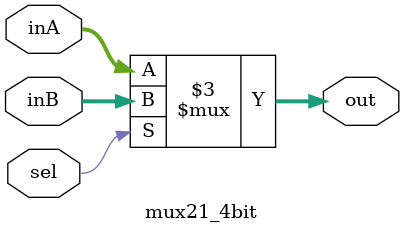
<source format=v>

module mux21_4bit(sel, inA, inB, out);

input sel;
input [3:0] inA, inB;
output reg [3:0] out;

always @ (inA, inB, sel) begin

	if(sel) out<=inB;
	else out<=inA;
	
	end

endmodule

</source>
